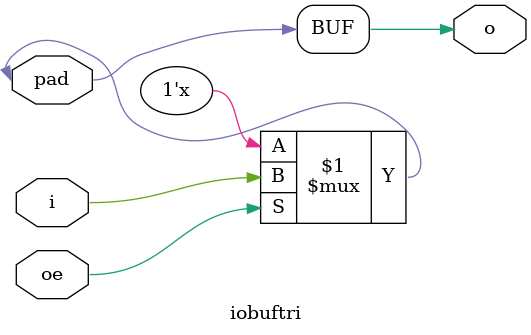
<source format=v>
/**********************************************************************/
/*                                                                    */
/*             -------                                                */
/*            /   SOC  \                                              */
/*           /    GEN   \                                             */
/*          /     SIM    \                                            */
/*          ==============                                            */
/*          |            |                                            */
/*          |____________|                                            */
/*                                                                    */
/*  tristate buffer for simulation                                    */
/*                                                                    */
/*                                                                    */
/*  Author(s):                                                        */
/*      - John Eaton, jt_eaton@opencores.org                          */
/*                                                                    */
/**********************************************************************/
/*                                                                    */
/*    Copyright (C) <2010>  <Ouabache Design Works>                   */
/*                                                                    */
/*  This source file may be used and distributed without              */
/*  restriction provided that this copyright statement is not         */
/*  removed from the file and that any derivative work contains       */
/*  the original copyright notice and the associated disclaimer.      */
/*                                                                    */
/*  This source file is free software; you can redistribute it        */
/*  and/or modify it under the terms of the GNU Lesser General        */
/*  Public License as published by the Free Software Foundation;      */
/*  either version 2.1 of the License, or (at your option) any        */
/*  later version.                                                    */
/*                                                                    */
/*  This source is distributed in the hope that it will be            */
/*  useful, but WITHOUT ANY WARRANTY; without even the implied        */
/*  warranty of MERCHANTABILITY or FITNESS FOR A PARTICULAR           */
/*  PURPOSE.  See the GNU Lesser General Public License for more      */
/*  details.                                                          */
/*                                                                    */
/*  You should have received a copy of the GNU Lesser General         */
/*  Public License along with this source; if not, download it        */
/*  from http://www.opencores.org/lgpl.shtml                          */
/*                                                                    */
/**********************************************************************/


module iobuftri
  (
   input  wire  i,
   input  wire oe,
   output wire o,
   inout  wire pad
   );

   assign #1 pad = oe ? i : 1'bz;
   
  assign #1    o =  pad || pad;
   
endmodule // iobuftri


</source>
